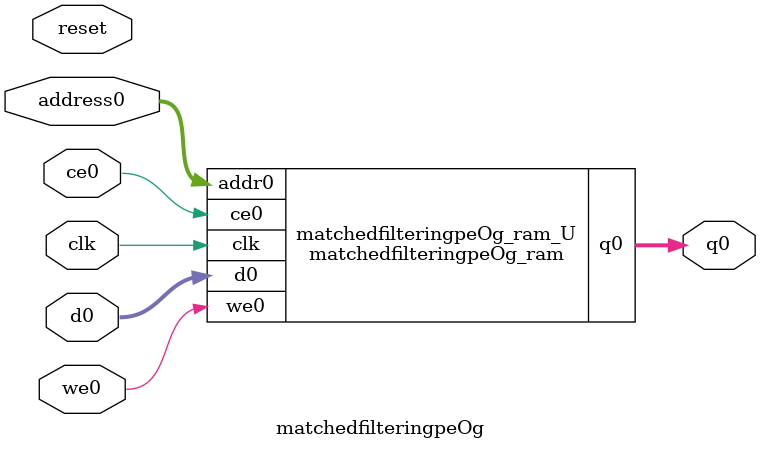
<source format=v>
`timescale 1 ns / 1 ps
module matchedfilteringpeOg_ram (addr0, ce0, d0, we0, q0,  clk);

parameter DWIDTH = 32;
parameter AWIDTH = 10;
parameter MEM_SIZE = 1024;

input[AWIDTH-1:0] addr0;
input ce0;
input[DWIDTH-1:0] d0;
input we0;
output reg[DWIDTH-1:0] q0;
input clk;

(* ram_style = "block" *)reg [DWIDTH-1:0] ram[0:MEM_SIZE-1];




always @(posedge clk)  
begin 
    if (ce0) begin
        if (we0) 
            ram[addr0] <= d0; 
        q0 <= ram[addr0];
    end
end


endmodule

`timescale 1 ns / 1 ps
module matchedfilteringpeOg(
    reset,
    clk,
    address0,
    ce0,
    we0,
    d0,
    q0);

parameter DataWidth = 32'd32;
parameter AddressRange = 32'd1024;
parameter AddressWidth = 32'd10;
input reset;
input clk;
input[AddressWidth - 1:0] address0;
input ce0;
input we0;
input[DataWidth - 1:0] d0;
output[DataWidth - 1:0] q0;



matchedfilteringpeOg_ram matchedfilteringpeOg_ram_U(
    .clk( clk ),
    .addr0( address0 ),
    .ce0( ce0 ),
    .we0( we0 ),
    .d0( d0 ),
    .q0( q0 ));

endmodule


</source>
